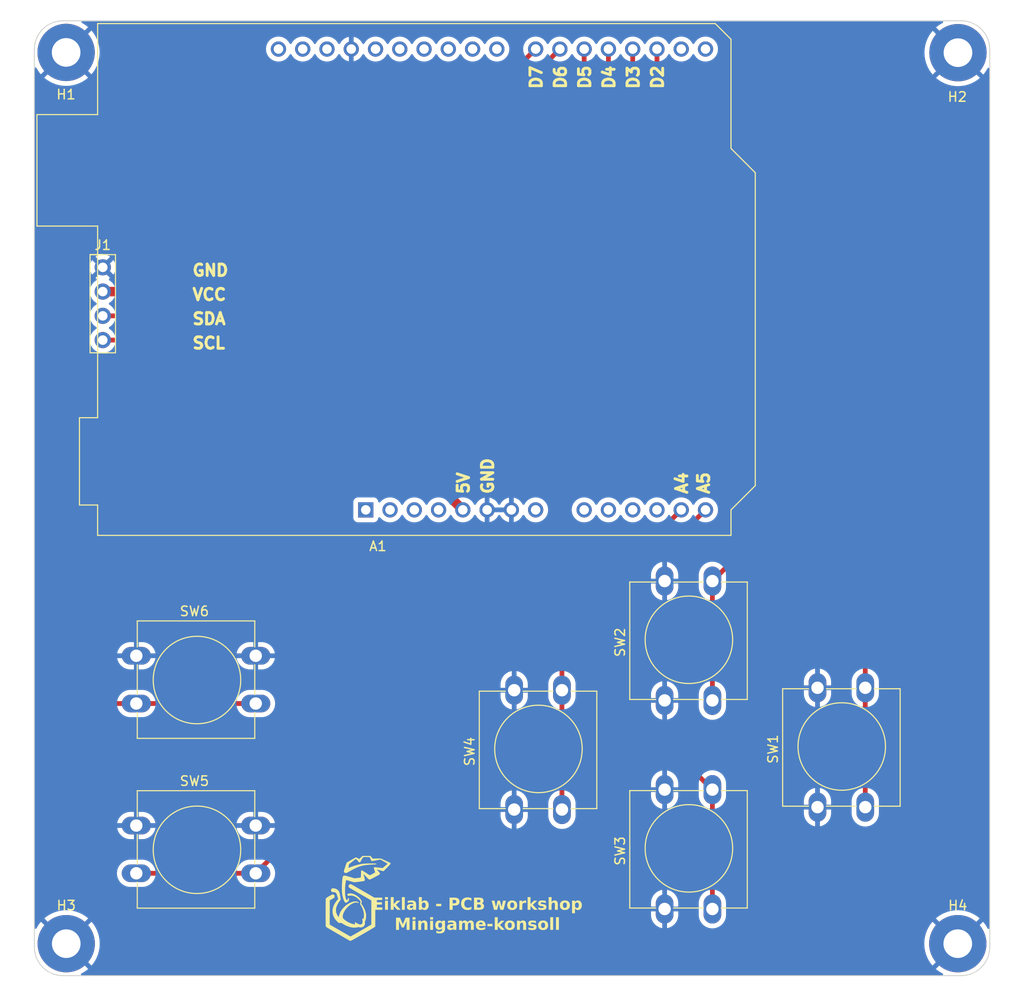
<source format=kicad_pcb>
(kicad_pcb (version 20221018) (generator pcbnew)
  (title_block (title "Eiklab PCB Workshop") (date "2024-02-12") (rev "1.0") (comment 1 "Project Minigame-console") (comment 2 "Designed by Christine Isaksen"))
  (layers (0 "F.Cu" signal) (31 "B.Cu" signal) (34 "B.Paste" user) (35 "F.Paste" user) (36 "B.SilkS" user "B.Silkscreen") (37 "F.SilkS" user "F.Silkscreen") (38 "B.Mask" user) (39 "F.Mask" user) (44 "Edge.Cuts" user))
  (net 0 "")
  (net 5 "+5V")
  (net 6 "GND")
  (net 12 "/SDA")
  (net 13 "/SCL")
  (net 16 "/SW1_RST")
  (net 17 "/SW2_SELECT")
  (net 18 "/SW3")
  (net 19 "/SW4")
  (net 20 "/SW5")
  (net 21 "/SW6")
  (footprint "MountingHole:MountingHole_3mm_Pad_TopBottom" (layer "F.Cu") (at 88.026003 147.030405)
    (fp_text reference "H3" (at 0 -4) (layer "F.SilkS"))
    (fp_text value "MountingHole_Pad")
    (pad "1" thru_hole circle (at 0 0) (size 3.4 3.4) (drill 3) (layers "*.Cu" "*.Mask") (net 6 "GND"))
    (pad "1" connect circle (at 0 0) (size 6 6) (layers "F.Cu" "F.Mask") (net 6 "GND"))
    (pad "1" connect circle (at 0 0) (size 6 6) (layers "B.Cu" "B.Mask") (net 6 "GND"))
  )
  (footprint "Button_Switch_THT:SW_PUSH-12mm" (layer "F.Cu") (at 150.662 143.4 90)
    (fp_text reference "SW3" (at 6.08 -4.66 90) (layer "F.SilkS"))
    (fp_text value "SW_Push")
    (fp_line (start 0.1 -3.65) (end 12.4 -3.65) (stroke (width 0.12)) (layer "F.SilkS"))
    (fp_line (start 0.1 -0.93) (end 0.1 -3.65) (stroke (width 0.12)) (layer "F.SilkS"))
    (fp_line (start 0.1 4.07) (end 0.1 0.93) (stroke (width 0.12)) (layer "F.SilkS"))
    (fp_line (start 0.1 8.65) (end 0.1 5.93) (stroke (width 0.12)) (layer "F.SilkS"))
    (fp_line (start 12.4 -3.65) (end 12.4 -0.93) (stroke (width 0.12)) (layer "F.SilkS"))
    (fp_line (start 12.4 0.93) (end 12.4 4.07) (stroke (width 0.12)) (layer "F.SilkS"))
    (fp_line (start 12.4 5.93) (end 12.4 8.65) (stroke (width 0.12)) (layer "F.SilkS"))
    (fp_line (start 12.4 8.65) (end 0.1 8.65) (stroke (width 0.12)) (layer "F.SilkS"))
    (fp_circle (center 6.35 2.54) (end 10.16 5.08) (stroke (width 0.12)) (fill none) (layer "F.SilkS"))
    (pad "1" thru_hole oval (at 0 0 90) (size 3.048 1.85) (drill 1.3) (layers "*.Cu" "*.Mask") (net 6 "GND"))
    (pad "1" thru_hole oval (at 12.5 0 90) (size 3.048 1.85) (drill 1.3) (layers "*.Cu" "*.Mask") (net 6 "GND"))
    (pad "2" thru_hole oval (at 0 5 90) (size 3.048 1.85) (drill 1.3) (layers "*.Cu" "*.Mask") (net 18 "/SW3"))
    (pad "2" thru_hole oval (at 12.5 5 90) (size 3.048 1.85) (drill 1.3) (layers "*.Cu" "*.Mask") (net 18 "/SW3"))
  )
  (footprint "MountingHole:MountingHole_3mm_Pad_TopBottom" (layer "F.Cu") (at 88.014755 53.691093)
    (fp_text reference "H1" (at -0.014755 4.408907) (layer "F.SilkS"))
    (fp_text value "MountingHole_Pad")
    (pad "1" thru_hole circle (at 0 0) (size 3.4 3.4) (drill 3) (layers "*.Cu" "*.Mask") (net 6 "GND"))
    (pad "1" connect circle (at 0 0) (size 6 6) (layers "F.Cu" "F.Mask") (net 6 "GND"))
    (pad "1" connect circle (at 0 0) (size 6 6) (layers "B.Cu" "B.Mask") (net 6 "GND"))
  )
  (footprint "Button_Switch_THT:SW_PUSH-12mm" (layer "F.Cu") (at 150.662 121.556 90)
    (fp_text reference "SW2" (at 6.08 -4.66 90) (layer "F.SilkS"))
    (fp_text value "SW_Push")
    (fp_line (start 0.1 -3.65) (end 12.4 -3.65) (stroke (width 0.12)) (layer "F.SilkS"))
    (fp_line (start 0.1 -0.93) (end 0.1 -3.65) (stroke (width 0.12)) (layer "F.SilkS"))
    (fp_line (start 0.1 4.07) (end 0.1 0.93) (stroke (width 0.12)) (layer "F.SilkS"))
    (fp_line (start 0.1 8.65) (end 0.1 5.93) (stroke (width 0.12)) (layer "F.SilkS"))
    (fp_line (start 12.4 -3.65) (end 12.4 -0.93) (stroke (width 0.12)) (layer "F.SilkS"))
    (fp_line (start 12.4 0.93) (end 12.4 4.07) (stroke (width 0.12)) (layer "F.SilkS"))
    (fp_line (start 12.4 5.93) (end 12.4 8.65) (stroke (width 0.12)) (layer "F.SilkS"))
    (fp_line (start 12.4 8.65) (end 0.1 8.65) (stroke (width 0.12)) (layer "F.SilkS"))
    (fp_circle (center 6.35 2.54) (end 10.16 5.08) (stroke (width 0.12)) (fill none) (layer "F.SilkS"))
    (pad "1" thru_hole oval (at 0 0 90) (size 3.048 1.85) (drill 1.3) (layers "*.Cu" "*.Mask") (net 6 "GND"))
    (pad "1" thru_hole oval (at 12.5 0 90) (size 3.048 1.85) (drill 1.3) (layers "*.Cu" "*.Mask") (net 6 "GND"))
    (pad "2" thru_hole oval (at 0 5 90) (size 3.048 1.85) (drill 1.3) (layers "*.Cu" "*.Mask") (net 17 "/SW2_SELECT"))
    (pad "2" thru_hole oval (at 12.5 5 90) (size 3.048 1.85) (drill 1.3) (layers "*.Cu" "*.Mask") (net 17 "/SW2_SELECT"))
  )
  (footprint "MountingHole:MountingHole_3mm_Pad_TopBottom" (layer "F.Cu") (at 181.347229 147.030967)
    (fp_text reference "H4" (at 0 -4) (layer "F.SilkS"))
    (fp_text value "MountingHole_Pad")
    (pad "1" thru_hole circle (at 0 0) (size 3.4 3.4) (drill 3) (layers "*.Cu" "*.Mask") (net 6 "GND"))
    (pad "1" connect circle (at 0 0) (size 6 6) (layers "F.Cu" "F.Mask") (net 6 "GND"))
    (pad "1" connect circle (at 0 0) (size 6 6) (layers "B.Cu" "B.Mask") (net 6 "GND"))
  )
  (footprint "Button_Switch_THT:SW_PUSH-12mm" (layer "F.Cu") (at 166.664 132.732 90)
    (fp_text reference "SW1" (at 6.08 -4.66 90) (layer "F.SilkS"))
    (fp_text value "SW_Push")
    (fp_line (start 0.1 -3.65) (end 12.4 -3.65) (stroke (width 0.12)) (layer "F.SilkS"))
    (fp_line (start 0.1 -0.93) (end 0.1 -3.65) (stroke (width 0.12)) (layer "F.SilkS"))
    (fp_line (start 0.1 4.07) (end 0.1 0.93) (stroke (width 0.12)) (layer "F.SilkS"))
    (fp_line (start 0.1 8.65) (end 0.1 5.93) (stroke (width 0.12)) (layer "F.SilkS"))
    (fp_line (start 12.4 -3.65) (end 12.4 -0.93) (stroke (width 0.12)) (layer "F.SilkS"))
    (fp_line (start 12.4 0.93) (end 12.4 4.07) (stroke (width 0.12)) (layer "F.SilkS"))
    (fp_line (start 12.4 5.93) (end 12.4 8.65) (stroke (width 0.12)) (layer "F.SilkS"))
    (fp_line (start 12.4 8.65) (end 0.1 8.65) (stroke (width 0.12)) (layer "F.SilkS"))
    (fp_circle (center 6.35 2.54) (end 10.16 5.08) (stroke (width 0.12)) (fill none) (layer "F.SilkS"))
    (pad "1" thru_hole oval (at 0 0 90) (size 3.048 1.85) (drill 1.3) (layers "*.Cu" "*.Mask") (net 6 "GND"))
    (pad "1" thru_hole oval (at 12.5 0 90) (size 3.048 1.85) (drill 1.3) (layers "*.Cu" "*.Mask") (net 6 "GND"))
    (pad "2" thru_hole oval (at 0 5 90) (size 3.048 1.85) (drill 1.3) (layers "*.Cu" "*.Mask") (net 16 "/SW1_RST"))
    (pad "2" thru_hole oval (at 12.5 5 90) (size 3.048 1.85) (drill 1.3) (layers "*.Cu" "*.Mask") (net 16 "/SW1_RST"))
  )
  (footprint "Library:LOGO" (layer "F.Cu") (at 118.872 142.24)
    (fp_text reference "G***" hide)
    (fp_text value "LOGO" hide)
    (fp_poly (pts (xy -1.058501 -1.440332) (xy -1.048884 -1.43774) (xy -1.035744 -1.432743) (xy -1.01788 -1.424676) (xy -0.994092 -1.412871) (xy -0.963179 -1.396662) (xy -0.923942 -1.375381) (xy -0.875179 -1.348361) (xy -0.815691 -1.314936) (xy -0.744276 -1.274439) (xy -0.659736 -1.226202) (xy -0.560868 -1.16956) (xy -0.446473 -1.103844) (xy -0.315351 -1.028388) (xy -0.166301 -0.942526) (xy 0.001877 -0.845589) (xy 0.190384 -0.736912) (xy 0.40042 -0.615828) (xy 0.473333 -0.573799) (xy 0.619064 -0.48965) (xy 0.75869 -0.408737) (xy 0.890398 -0.332128) (xy 1.012375 -0.26089) (xy 1.122809 -0.196092) (xy 1.219886 -0.138802) (xy 1.301794 -0.090087) (xy 1.366719 -0.051015) (xy 1.412849 -0.022653) (xy 1.438372 -0.00607) (xy 1.442364 -0.003012) (xy 1.471337 0.029798) (xy 1.492117 0.063831) (xy 1.492568 0.064899) (xy 1.495086 0.080939) (xy 1.49729 0.116555) (xy 1.499185 0.172425) (xy 1.500775 0.249227) (xy 1.502066 0.34764) (xy 1.503063 0.46834) (xy 1.503771 0.612006) (xy 1.504194 0.779315) (xy 1.504338 0.970945) (xy 1.504208 1.187574) (xy 1.503809 1.42988) (xy 1.503537 1.549779) (xy 1.5 2.999559) (xy 1.453333 3.045204) (xy 1.435519 3.058056) (xy 1.396172 3.083239) (xy 1.336886 3.119807) (xy 1.259257 3.166815) (xy 1.164879 3.223319) (xy 1.055347 3.288374) (xy 0.932254 3.361036) (xy 0.797198 3.440359) (xy 0.651771 3.525401) (xy 0.497568 3.615214) (xy 0.336185 3.708856) (xy 0.2 3.787613) (xy 0.006084 3.899554) (xy -0.16614 3.99888) (xy -0.318054 4.08635) (xy -0.451039 4.162719) (xy -0.566474 4.228747) (xy -0.665742 4.285189) (xy -0.750221 4.332803) (xy -0.821295 4.372347) (xy -0.880342 4.404578) (xy -0.928743 4.430253) (xy -0.967881 4.45013) (xy -0.999134 4.464965) (xy -1.023884 4.475517) (xy -1.043512 4.482542) (xy -1.059398 4.486799) (xy -1.072923 4.489043) (xy -1.08 4.489705) (xy -1.153334 4.495033) (xy -2.38 3.787002) (xy -2.547011 3.690456) (xy -2.707862 3.597185) (xy -2.861 3.508103) (xy -3.004875 3.424126) (xy -3.137936 3.346168) (xy -3.258632 3.275145) (xy -3.36541 3.211971) (xy -3.456721 3.157561) (xy -3.531012 3.112831) (xy -3.586733 3.078695) (xy -3.622333 3.056068) (xy -3.636047 3.04613) (xy -3.65981 3.01027) (xy -3.678207 2.967071) (xy -3.679305 2.963311) (xy -3.681548 2.941925) (xy -3.683601 2.896051) (xy -3.685464 2.827866) (xy -3.687137 2.739547) (xy -3.688621 2.633271) (xy -3.689914 2.511215) (xy -3.691018 2.375558) (xy -3.691931 2.228475) (xy -3.692654 2.072144) (xy -3.693187 1.908742) (xy -3.693529 1.740447) (xy -3.69368 1.569436) (xy -3.693641 1.397885) (xy -3.69341 1.227973) (xy -3.692989 1.061877) (xy -3.692377 0.901773) (xy -3.691573 0.749839) (xy -3.690578 0.608252) (xy -3.689392 0.479189) (xy -3.688014 0.364828) (xy -3.686445 0.267345) (xy -3.684683 0.188919) (xy -3.68273 0.131726) (xy -3.680585 0.097943) (xy -3.679452 0.090551) (xy -3.659966 0.046923) (xy -3.630899 0.006901) (xy -3.627945 0.003884) (xy -3.605731 -0.013133) (xy -3.564436 -0.040303) (xy -3.508065 -0.075325) (xy -3.440622 -0.115899) (xy -3.366111 -0.159721) (xy -3.288535 -0.204492) (xy -3.2119 -0.247909) (xy -3.140209 -0.287671) (xy -3.077465 -0.321477) (xy -3.027674 -0.347025) (xy -2.994839 -0.362015) (xy -2.986667 -0.364701) (xy -2.926595 -0.365532) (xy -2.863969 -0.345241) (xy -2.807554 -0.306851) (xy -2.80113 -0.300685) (xy -2.775851 -0.27374) (xy -2.761538 -0.250402) (xy -2.755084 -0.22153) (xy -2.753382 -0.177982) (xy -2.753334 -0.160035) (xy -2.7543 -0.109642) (xy -2.759041 -0.077024) (xy -2.770326 -0.05331) (xy -2.790921 -0.029627) (xy -2.79542 -0.025094) (xy -2.82062 -0.004742) (xy -2.864397 0.025588) (xy -2.92206 0.062852) (xy -2.988917 0.104003) (xy -3.048753 0.139349) (xy -3.26 0.261707) (xy -3.265888 2.793333) (xy -2.190284 3.413333) (xy -2.034339 3.503132) (xy -1.884742 3.589098) (xy -1.743137 3.670298) (xy -1.611164 3.745799) (xy -1.490466 3.814665) (xy -1.382686 3.875965) (xy -1.289465 3.928764) (xy -1.212445 3.972128) (xy -1.153269 4.005125) (xy -1.113578 4.02682) (xy -1.095016 4.036279) (xy -1.094007 4.036617) (xy -1.079713 4.030552) (xy -1.044002 4.012006) (xy -0.988508 3.981902) (xy -0.914866 3.941163) (xy -0.824712 3.890712) (xy -0.719681 3.831472) (xy -0.601407 3.764366) (xy -0.471527 3.690316) (xy -0.331676 3.610247) (xy -0.183488 3.52508) (xy -0.028598 3.43574) (xy 0.006666 3.415355) (xy 1.086666 2.790808) (xy 1.086666 0.264545) (xy 0.066482 -0.324394) (xy -0.088829 -0.414064) (xy -0.240231 -0.501497) (xy -0.385756 -0.585555) (xy -0.523435 -0.6651) (xy -0.651299 -0.738995) (xy -0.767382 -0.806101) (xy -0.869713 -0.865282) (xy -0.956326 -0.915399) (xy -1.025252 -0.955314) (xy -1.074522 -0.98389) (xy -1.097356 -0.997174) (xy -1.17178 -1.042663) (xy -1.225112 -1.081319) (xy -1.260632 -1.117124) (xy -1.281626 -1.154057) (xy -1.291374 -1.196099) (xy -1.293284 -1.234695) (xy -1.281302 -1.30665) (xy -1.247671 -1.366548) (xy -1.196032 -1.410785) (xy -1.130028 -1.435759) (xy -1.085743 -1.44) (xy -1.078215 -1.440355) (xy -1.071966 -1.440973) (xy -1.065795 -1.441187)) (fill solid) (layer "F.SilkS"))
    (fp_poly (pts (xy -2.858509 -1.007815) (xy -2.717714 -0.98468) (xy -2.593812 -0.941826) (xy -2.484771 -0.87832) (xy -2.388561 -0.793233) (xy -2.387166 -0.791745) (xy -2.335234 -0.731571) (xy -2.294212 -0.671736) (xy -2.261809 -0.606791) (xy -2.235739 -0.531284) (xy -2.213712 -0.439765) (xy -2.194365 -0.332522) (xy -2.180232 -0.247817) (xy -2.164801 -0.159525) (xy -2.149722 -0.076846) (xy -2.136648 -0.008981) (xy -2.133843 0.004801) (xy -2.122267 0.063054) (xy -2.113145 0.113244) (xy -2.107685 0.148489) (xy -2.106667 0.159772) (xy -2.11477 0.180173) (xy -2.136412 0.214555) (xy -2.16759 0.256815) (xy -2.182176 0.274971) (xy -2.290156 0.418361) (xy -2.386692 0.57105) (xy -2.469267 0.727985) (xy -2.535366 0.884113) (xy -2.58247 1.034383) (xy -2.599324 1.112448) (xy -2.613901 1.266054) (xy -2.604857 1.421718) (xy -2.573023 1.573466) (xy -2.519233 1.715326) (xy -2.51371 1.726666) (xy -2.487836 1.774162) (xy -2.455424 1.826963) (xy -2.419957 1.880179) (xy -2.384918 1.928922) (xy -2.353791 1.968304) (xy -2.330059 1.993435) (xy -2.318939 2) (xy -2.309768 1.988566) (xy -2.306667 1.966104) (xy -2.29943 1.8903) (xy -2.279141 1.798764) (xy -2.247931 1.697683) (xy -2.207932 1.593246) (xy -2.161278 1.491642) (xy -2.112844 1.403559) (xy -2.006893 1.245106) (xy -1.88728 1.095264) (xy -1.756282 0.955421) (xy -1.616178 0.826964) (xy -1.469245 0.711282) (xy -1.317763 0.609761) (xy -1.16401 0.52379) (xy -1.010264 0.454756) (xy -0.858804 0.404047) (xy -0.711907 0.37305) (xy -0.571852 0.363153) (xy -0.440918 0.375743) (xy -0.42918 0.378129) (xy -0.366554 0.394724) (xy -0.308009 0.415973) (xy -0.259512 0.439149) (xy -0.227028 0.461523) (xy -0.217051 0.475119) (xy -0.221571 0.497549) (xy -0.241695 0.517783) (xy -0.267115 0.527343) (xy -0.278386 0.525558) (xy -0.391248 0.491413) (xy -0.512509 0.482531) (xy -0.642085 0.498892) (xy -0.77989 0.540479) (xy -0.925838 0.607273) (xy -1.076202 0.69685) (xy -1.168034 0.763752) (xy -1.267731 0.847339) (xy -1.369122 0.941623) (xy -1.466039 1.040613) (xy -1.552312 1.138321) (xy -1.61682 1.221706) (xy -1.717497 1.376758) (xy -1.797456 1.528053) (xy -1.85581 1.673481) (xy -1.891675 1.810932) (xy -1.903048 1.903321) (xy -1.904652 1.981011) (xy -1.897748 2.046121) (xy -1.879827 2.103005) (xy -1.848381 2.156017) (xy -1.800903 2.209513) (xy -1.734887 2.267845) (xy -1.659135 2.326884) (xy -1.485256 2.447533) (xy -1.307942 2.551007) (xy -1.130893 2.635531) (xy -0.95781 2.69933) (xy -0.799377 2.739325) (xy -0.736046 2.749845) (xy -0.677754 2.756859) (xy -0.629859 2.760006) (xy -0.597721 2.758925) (xy -0.586667 2.753655) (xy -0.592955 2.739258) (xy -0.608541 2.711536) (xy -0.613284 2.703655) (xy -0.634952 2.654075) (xy -0.638482 2.610566) (xy -0.624935 2.577996) (xy -0.59537 2.561233) (xy -0.581999 2.56) (xy -0.559788 2.566931) (xy -0.521967 2.585509) (xy -0.474993 2.612406) (xy -0.450025 2.627978) (xy -0.327528 2.699609) (xy -0.218253 2.748719) (xy -0.121508 2.775533) (xy -0.036598 2.780277) (xy -0.000018 2.774821) (xy 0.065294 2.74758) (xy 0.115563 2.699623) (xy 0.150214 2.632635) (xy 0.16867 2.548303) (xy 0.170356 2.448312) (xy 0.154696 2.334347) (xy 0.153101 2.326671) (xy 0.139294 2.254135) (xy 0.134339 2.204655) (xy 0.139017 2.175871) (xy 0.154108 2.165425) (xy 0.180391 2.170955) (xy 0.201377 2.180712) (xy 0.225502 2.191753) (xy 0.242676 2.192872) (xy 0.255891 2.180426) (xy 0.26814 2.150774) (xy 0.282415 2.100271) (xy 0.289293 2.07369) (xy 0.302894 1.998382) (xy 0.311064 1.904965) (xy 0.313803 1.801435) (xy 0.311109 1.695792) (xy 0.302982 1.596033) (xy 0.28942 1.510157) (xy 0.289364 1.509895) (xy 0.237815 1.317233) (xy 0.166374 1.122501) (xy 0.078837 0.934839) (xy -0.020027 0.764878) (xy -0.058012 0.703872) (xy -0.080946 0.65656) (xy -0.089904 0.615398) (xy -0.085959 0.572839) (xy -0.070185 0.521339) (xy -0.05891 0.491695) (xy -0.045362 0.448488) (xy -0.042243 0.409101) (xy -0.051346 0.369775) (xy -0.074466 0.326753) (xy -0.113394 0.276277) (xy -0.169924 0.214589) (xy -0.21125 0.172425) (xy -0.352866 0.043088) (xy -0.49688 -0.063167) (xy -0.642018 -0.145812) (xy -0.787007 -0.204321) (xy -0.930575 -0.238166) (xy -1.071449 -0.246821) (xy -1.191489 -0.23332) (xy -1.268157 -0.221314) (xy -1.324515 -0.221012) (xy -1.364705 -0.233478) (xy -1.392869 -0.259776) (xy -1.408533 -0.289076) (xy -1.422052 -0.345785) (xy -1.410965 -0.392388) (xy -1.375241 -0.428922) (xy -1.314844 -0.455422) (xy -1.239579 -0.470695) (xy -1.088232 -0.477466) (xy -0.933525 -0.459075) (xy -0.777486 -0.416476) (xy -0.622144 -0.350622) (xy -0.469526 -0.262468) (xy -0.321661 -0.152967) (xy -0.180577 -0.023075) (xy -0.098483 0.066031) (xy -0.023523 0.157918) (xy 0.030844 0.238162) (xy 0.065924 0.310344) (xy 0.083017 0.378044) (xy 0.083427 0.444843) (xy 0.068456 0.51432) (xy 0.066691 0.519924) (xy 0.038053 0.608987) (xy 0.109499 0.703958) (xy 0.237171 0.893572) (xy 0.346304 1.096973) (xy 0.434738 1.30924) (xy 0.500316 1.525451) (xy 0.528668 1.66) (xy 0.54212 1.774478) (xy 0.54585 1.899958) (xy 0.540269 2.027461) (xy 0.525788 2.148008) (xy 0.502819 2.252624) (xy 0.501265 2.257916) (xy 0.482904 2.315935) (xy 0.464292 2.368996) (xy 0.448549 2.408383) (xy 0.443987 2.417916) (xy 0.433544 2.445386) (xy 0.426617 2.483924) (xy 0.422626 2.538606) (xy 0.420994 2.614508) (xy 0.420957 2.62) (xy 0.419896 2.69163) (xy 0.417088 2.743194) (xy 0.411593 2.781282) (xy 0.40247 2.812482) (xy 0.389179 2.84257) (xy 0.331136 2.932004) (xy 0.255851 3.002728) (xy 0.166204 3.053528) (xy 0.06508 3.083189) (xy -0.04464 3.090497) (xy -0.160072 3.074236) (xy -0.160398 3.074157) (xy -0.212598 3.062511) (xy -0.250797 3.05814) (xy -0.28661 3.060902) (xy -0.331649 3.070658) (xy -0.337135 3.072019) (xy -0.525041 3.107209) (xy -0.709722 3.117514) (xy -0.88 3.105494) (xy -1.071996 3.069972) (xy -1.271839 3.012442) (xy -1.475158 2.934598) (xy -1.677581 2.838131) (xy -1.874735 2.724737) (xy -1.893334 2.712953) (xy -2.033334 2.623495) (xy -2.142746 2.625753) (xy -2.217712 2.62561) (xy -2.276125 2.61971) (xy -2.32482 2.60514) (xy -2.37063 2.578987) (xy -2.420389 2.538337) (xy -2.478601 2.482592) (xy -2.625715 2.321803) (xy -2.746707 2.156918) (xy -2.841881 1.987415) (xy -2.911541 1.812768) (xy -2.94818 1.673506) (xy -2.964146 1.565639) (xy -2.971925 1.443404) (xy -2.971425 1.317725) (xy -2.962557 1.199527) (xy -2.952659 1.133956) (xy -2.908321 0.961587) (xy -2.840947 0.785299) (xy -2.752844 0.609459) (xy -2.646322 0.438436) (xy -2.523691 0.276599) (xy -2.462324 0.206241) (xy -2.376762 0.112482) (xy -2.449619 -0.113759) (xy -2.48233 -0.215103) (xy -2.508248 -0.294369) (xy -2.528699 -0.35488) (xy -2.545007 -0.399958) (xy -2.558495 -0.432927) (xy -2.570487 -0.45711) (xy -2.582309 -0.475831) (xy -2.595284 -0.492412) (xy -2.604972 -0.503626) (xy -2.656144 -0.550125) (xy -2.716922 -0.581361) (xy -2.792393 -0.599171) (xy -2.886553 -0.605382) (xy -2.947335 -0.606979) (xy -2.98887 -0.611184) (xy -3.01855 -0.619458) (xy -3.043771 -0.633263) (xy -3.050202 -0.637718) (xy -3.099394 -0.685969) (xy -3.126423 -0.746321) (xy -3.133284 -0.809338) (xy -3.12229 -0.882364) (xy -3.090301 -0.939821) (xy -3.038618 -0.980771) (xy -2.968541 -1.004272) (xy -2.881372 -1.009386)) (fill solid) (layer "F.SilkS"))
    (fp_poly (pts (xy 1.233333 -4.119293) (xy 1.64736 -4.127548) (xy 2.061386 -4.135804) (xy 2.56736 -3.908123) (xy 2.676531 -3.85864) (xy 2.778408 -3.811775) (xy 2.870346 -3.768796) (xy 2.949698 -3.730971) (xy 3.013821 -3.699567) (xy 3.060067 -3.675853) (xy 3.085792 -3.661096) (xy 3.09 -3.657673) (xy 3.102198 -3.627926) (xy 3.106666 -3.594071) (xy 3.104652 -3.581308) (xy 3.09748 -3.565212) (xy 3.083457 -3.543834) (xy 3.060889 -3.515224) (xy 3.028082 -3.477433) (xy 2.983344 -3.428512) (xy 2.92498 -3.36651) (xy 2.851298 -3.289478) (xy 2.760602 -3.195468) (xy 2.758493 -3.193286) (xy 2.678939 -3.111386) (xy 2.604262 -3.035166) (xy 2.5367 -2.966859) (xy 2.478489 -2.9087) (xy 2.431868 -2.862924) (xy 2.399074 -2.831764) (xy 2.382344 -2.817456) (xy 2.381826 -2.81714) (xy 2.348116 -2.804094) (xy 2.326666 -2.800847) (xy 2.306814 -2.804465) (xy 2.26527 -2.814681) (xy 2.205889 -2.830454) (xy 2.132528 -2.850743) (xy 2.049043 -2.874507) (xy 1.986703 -2.892634) (xy 1.899929 -2.917836) (xy 1.82198 -2.939999) (xy 1.756383 -2.958161) (xy 1.706667 -2.971357) (xy 1.67636 -2.978622) (xy 1.668497 -2.979609) (xy 1.675247 -2.968596) (xy 1.697092 -2.941458) (xy 1.731073 -2.901695) (xy 1.774229 -2.852806) (xy 1.800149 -2.824017) (xy 1.850085 -2.768104) (xy 1.895348 -2.715925) (xy 1.932016 -2.672114) (xy 1.956162 -2.641302) (xy 1.961638 -2.633334) (xy 1.982612 -2.581007) (xy 1.985324 -2.526816) (xy 1.970032 -2.479614) (xy 1.956666 -2.462329) (xy 1.936573 -2.447872) (xy 1.896004 -2.423103) (xy 1.838116 -2.389696) (xy 1.766065 -2.349325) (xy 1.683007 -2.303663) (xy 1.5921 -2.254386) (xy 1.496499 -2.203167) (xy 1.39936 -2.15168) (xy 1.303841 -2.101599) (xy 1.213096 -2.054598) (xy 1.130284 -2.012352) (xy 1.058559 -1.976534) (xy 1.001078 -1.948819) (xy 0.960998 -1.93088) (xy 0.942652 -1.924515) (xy 0.913293 -1.921146) (xy 0.886083 -1.922422) (xy 0.858541 -1.930204) (xy 0.828186 -1.946347) (xy 0.792536 -1.972711) (xy 0.749111 -2.011154) (xy 0.695428 -2.063533) (xy 0.629007 -2.131708) (xy 0.547366 -2.217535) (xy 0.537725 -2.227736) (xy 0.470278 -2.298568) (xy 0.408901 -2.361944) (xy 0.355901 -2.41557) (xy 0.313583 -2.457151) (xy 0.284255 -2.484392) (xy 0.27022 -2.494999) (xy 0.269369 -2.494776) (xy 0.271587 -2.478668) (xy 0.280204 -2.440991) (xy 0.294188 -2.385789) (xy 0.31251 -2.317103) (xy 0.334136 -2.238976) (xy 0.339254 -2.220855) (xy 0.361981 -2.138369) (xy 0.381886 -2.061706) (xy 0.397828 -1.99563) (xy 0.408665 -1.944908) (xy 0.413254 -1.914303) (xy 0.413333 -1.911816) (xy 0.402741 -1.853907) (xy 0.374474 -1.802883) (xy 0.342819 -1.774025) (xy 0.323803 -1.768604) (xy 0.281937 -1.760626) (xy 0.220863 -1.750569) (xy 0.144223 -1.738915) (xy 0.055661 -1.726143) (xy -0.041181 -1.712734) (xy -0.142661 -1.699168) (xy -0.245136 -1.685924) (xy -0.344963 -1.673483) (xy -0.4385 -1.662325) (xy -0.522104 -1.65293) (xy -0.592133 -1.645778) (xy -0.644944 -1.641349) (xy -0.673449 -1.640084) (xy -0.711552 -1.644301) (xy -0.773502 -1.657072) (xy -0.859614 -1.678473) (xy -0.970203 -1.708586) (xy -1.105584 -1.747488) (xy -1.123713 -1.75281) (xy -1.221133 -1.781377) (xy -1.310949 -1.807541) (xy -1.389783 -1.830332) (xy -1.45426 -1.848781) (xy -1.501004 -1.861916) (xy -1.526638 -1.868768) (xy -1.529839 -1.869477) (xy -1.539803 -1.867479) (xy -1.548514 -1.855203) (xy -1.557147 -1.828834) (xy -1.566877 -1.784559) (xy -1.578881 -1.718565) (xy -1.582072 -1.7) (xy -1.604856 -1.561477) (xy -1.622861 -1.438599) (xy -1.636602 -1.32496) (xy -1.646597 -1.214151) (xy -1.653363 -1.099765) (xy -1.657418 -0.975393) (xy -1.659278 -0.834628) (xy -1.659556 -0.74) (xy -1.659253 -0.613916) (xy -1.658194 -0.510746) (xy -1.656219 -0.426747) (xy -1.653167 -0.358173) (xy -1.648878 -0.301281) (xy -1.643191 -0.252324) (xy -1.636963 -0.213175) (xy -1.61896 -0.12424) (xy -1.596328 -0.030219) (xy -1.571314 0.060628) (xy -1.546164 0.140038) (xy -1.527277 0.190205) (xy -1.512874 0.221601) (xy -1.500365 0.232605) (xy -1.481468 0.227475) (xy -1.467991 0.220684) (xy -1.415165 0.181066) (xy -1.374108 0.12681) (xy -1.351924 0.067403) (xy -1.351545 0.06515) (xy -1.337596 0.020099) (xy -1.315342 -0.002814) (xy -1.287519 -0.001902) (xy -1.266973 0.013027) (xy -1.251034 0.035292) (xy -1.24271 0.066675) (xy -1.240036 0.115267) (xy -1.24 0.124048) (xy -1.252721 0.219558) (xy -1.290659 0.306732) (xy -1.353479 0.384861) (xy -1.371119 0.401219) (xy -1.443754 0.458222) (xy -1.507284 0.492236) (xy -1.56433 0.504223) (xy -1.617509 0.495147) (xy -1.621932 0.493436) (xy -1.662914 0.464446) (xy -1.705345 0.411369) (xy -1.748309 0.336681) (xy -1.790893 0.242859) (xy -1.832182 0.132376) (xy -1.871262 0.007708) (xy -1.907219 -0.128668) (xy -1.939138 -0.274278) (xy -1.966105 -0.426647) (xy -1.969176 -0.446667) (xy -1.978456 -0.527734) (xy -1.985666 -0.630928) (xy -1.990829 -0.751794) (xy -1.993968 -0.885875) (xy -1.995106 -1.028714) (xy -1.994268 -1.175855) (xy -1.991475 -1.322842) (xy -1.986751 -1.465218) (xy -1.980119 -1.598527) (xy -1.971603 -1.718312) (xy -1.962053 -1.813334) (xy -1.948091 -1.928457) (xy -1.936418 -2.020297) (xy -1.926296 -2.092067) (xy -1.916989 -2.146978) (xy -1.90776 -2.188242) (xy -1.89787 -2.219071) (xy -1.886584 -2.242677) (xy -1.873164 -2.262272) (xy -1.856873 -2.281067) (xy -1.854001 -2.28416) (xy -1.833094 -2.305653) (xy -1.812804 -2.322672) (xy -1.790655 -2.334915) (xy -1.764168 -2.342082) (xy -1.730866 -2.343875) (xy -1.688271 -2.339993) (xy -1.633906 -2.330136) (xy -1.565291 -2.314003) (xy -1.479951 -2.291296) (xy -1.375406 -2.261713) (xy -1.24918 -2.224956) (xy -1.168054 -2.201113) (xy -0.66379 -2.052709) (xy -0.355229 -2.088359) (xy -0.246417 -2.101629) (xy -0.157223 -2.113973) (xy -0.089413 -2.125103) (xy -0.044753 -2.13473) (xy -0.025408 -2.142195) (xy -0.018745 -2.151304) (xy -0.013313 -2.168045) (xy -0.008859 -2.195425) (xy -0.005134 -2.236454) (xy -0.001886 -2.29414) (xy 0.001136 -2.37149) (xy 0.004181 -2.471515) (xy 0.005223 -2.509584) (xy 0.008753 -2.621263) (xy 0.012826 -2.715371) (xy 0.017308 -2.789839) (xy 0.022065 -2.842601) (xy 0.026963 -2.871589) (xy 0.02893 -2.876061) (xy 0.040911 -2.887044) (xy 0.056126 -2.892561) (xy 0.076744 -2.891543) (xy 0.104933 -2.882918) (xy 0.142862 -2.865617) (xy 0.192698 -2.838569) (xy 0.256611 -2.800704) (xy 0.336768 -2.750951) (xy 0.435338 -2.68824) (xy 0.520679 -2.633334) (xy 0.613549 -2.57356) (xy 0.699316 -2.518644) (xy 0.775417 -2.470204) (xy 0.839288 -2.42986) (xy 0.888364 -2.399233) (xy 0.920083 -2.379942) (xy 0.931818 -2.37359) (xy 0.949092 -2.379927) (xy 0.985266 -2.397045) (xy 1.036208 -2.422716) (xy 1.097791 -2.454711) (xy 1.165885 -2.4908) (xy 1.236359 -2.528754) (xy 1.305085 -2.566343) (xy 1.367933 -2.601339) (xy 1.420774 -2.631511) (xy 1.459477 -2.654632) (xy 1.479913 -2.66847) (xy 1.481912 -2.670558) (xy 1.482949 -2.690838) (xy 1.474076 -2.731507) (xy 1.454948 -2.793808) (xy 1.42522 -2.878986) (xy 1.420177 -2.892848) (xy 1.390097 -2.976326) (xy 1.36885 -3.039008) (xy 1.355573 -3.08494) (xy 1.349404 -3.118171) (xy 1.34948 -3.142746) (xy 1.354941 -3.162711) (xy 1.360305 -3.173905) (xy 1.369663 -3.189517) (xy 1.380995 -3.2016) (xy 1.397095 -3.210179) (xy 1.420761 -3.21528) (xy 1.454787 -3.216927) (xy 1.50197 -3.215145) (xy 1.565106 -3.209958) (xy 1.64699 -3.201392) (xy 1.75042 -3.189472) (xy 1.844905 -3.178214) (xy 2.262024 -3.128222) (xy 2.502891 -3.324327) (xy 2.572283 -3.381094) (xy 2.635299 -3.433162) (xy 2.688788 -3.477883) (xy 2.729595 -3.512609) (xy 2.754567 -3.534695) (xy 2.760441 -3.540533) (xy 2.769941 -3.570366) (xy 2.764997 -3.587814) (xy 2.749833 -3.602145) (xy 2.713035 -3.627754) (xy 2.656542 -3.663449) (xy 2.58229 -3.70804) (xy 2.492218 -3.760335) (xy 2.393494 -3.816215) (xy 2.034119 -4.017437) (xy 1.600392 -3.934909) (xy 1.495625 -3.915106) (xy 1.39869 -3.897038) (xy 1.312835 -3.88129) (xy 1.241309 -3.868447) (xy 1.187359 -3.859096) (xy 1.154232 -3.853822) (xy 1.145399 -3.852857) (xy 1.127657 -3.857195) (xy 1.109939 -3.871462) (xy 1.090297 -3.898775) (xy 1.066781 -3.942252) (xy 1.037442 -4.005009) (xy 1.007548 -4.073334) (xy 0.979006 -4.137294) (xy 0.952161 -4.193088) (xy 0.929558 -4.235724) (xy 0.913742 -4.260216) (xy 0.910628 -4.263334) (xy 0.89485 -4.269084) (xy 0.863394 -4.273426) (xy 0.813917 -4.276469) (xy 0.744075 -4.278323) (xy 0.651525 -4.279098) (xy 0.574118 -4.279063) (xy 0.484102 -4.278412) (xy 0.402124 -4.277095) (xy 0.332242 -4.275235) (xy 0.278511 -4.272955) (xy 0.244988 -4.27038) (xy 0.236316 -4.268766) (xy 0.22308 -4.254657) (xy 0.199643 -4.220594) (xy 0.168247 -4.170206) (xy 0.131134 -4.107127) (xy 0.090542 -4.034987) (xy 0.07852 -4.013037) (xy 0.03729 -3.937997) (xy -0.000844 -3.8699) (xy -0.033651 -3.812627) (xy -0.0589 -3.770059) (xy -0.074359 -3.746079) (xy -0.07653 -3.743334) (xy -0.110164 -3.723874) (xy -0.153891 -3.721462) (xy -0.197697 -3.735625) (xy -0.217862 -3.750001) (xy -0.238507 -3.771338) (xy -0.271771 -3.808398) (xy -0.313355 -3.856289) (xy -0.358961 -3.910119) (xy -0.367215 -3.92) (xy -0.411355 -3.972199) (xy -0.450592 -4.017182) (xy -0.481231 -4.050814) (xy -0.499576 -4.068957) (xy -0.501767 -4.070564) (xy -0.52655 -4.073143) (xy -0.547495 -4.066224) (xy -0.565487 -4.054076) (xy -0.600858 -4.028097) (xy -0.650454 -3.990746) (xy -0.711118 -3.944476) (xy -0.779696 -3.891744) (xy -0.853031 -3.835006) (xy -0.92797 -3.776718) (xy -1.001355 -3.719334) (xy -1.070032 -3.665312) (xy -1.130846 -3.617106) (xy -1.18064 -3.577173) (xy -1.21626 -3.547969) (xy -1.23455 -3.531948) (xy -1.235948 -3.53042) (xy -1.242057 -3.512961) (xy -1.250891 -3.475816) (xy -1.261424 -3.424784) (xy -1.272627 -3.365665) (xy -1.283472 -3.304259) (xy -1.29293 -3.246366) (xy -1.299975 -3.197786) (xy -1.303577 -3.16432) (xy -1.303035 -3.151924) (xy -1.289621 -3.154656) (xy -1.256659 -3.165446) (xy -1.20938 -3.182495) (xy -1.162899 -3.200153) (xy -1.046773 -3.243778) (xy -0.919353 -3.289212) (xy -0.786704 -3.33447) (xy -0.654892 -3.377566) (xy -0.529984 -3.416513) (xy -0.418045 -3.449325) (xy -0.330209 -3.472766) (xy -0.174952 -3.509252) (xy -0.026603 -3.539432) (xy 0.119228 -3.563732) (xy 0.266932 -3.582576) (xy 0.420898 -3.596391) (xy 0.585517 -3.605601) (xy 0.765179 -3.610632) (xy 0.964274 -3.611909) (xy 1.096542 -3.611034) (xy 1.222889 -3.609593) (xy 1.32524 -3.608132) (xy 1.406269 -3.6065) (xy 1.468645 -3.604546) (xy 1.515042 -3.602119) (xy 1.54813 -3.599066) (xy 1.570581 -3.595238) (xy 1.585067 -3.590482) (xy 1.594259 -3.584647) (xy 1.596316 -3.582731) (xy 1.611635 -3.559445) (xy 1.605039 -3.536417) (xy 1.594843 -3.526595) (xy 1.575569 -3.519201) (xy 1.542928 -3.513514) (xy 1.492628 -3.508811) (xy 1.420378 -3.50437) (xy 1.411932 -3.503921) (xy 1.231729 -3.494225) (xy 1.075235 -3.485297) (xy 0.939511 -3.476855) (xy 0.821619 -3.468618) (xy 0.718621 -3.460302) (xy 0.627581 -3.451627) (xy 0.545558 -3.44231) (xy 0.469617 -3.43207) (xy 0.396819 -3.420624) (xy 0.324226 -3.407691) (xy 0.2489 -3.392988) (xy 0.24256 -3.391705) (xy 0.106451 -3.361123) (xy -0.028329 -3.324446) (xy -0.164559 -3.280492) (xy -0.305017 -3.228078) (xy -0.45248 -3.166023) (xy -0.609726 -3.093144) (xy -0.779535 -3.008258) (xy -0.964682 -2.910185) (xy -1.167947 -2.797741) (xy -1.213334 -2.772112) (xy -1.313699 -2.715748) (xy -1.394445 -2.672007) (xy -1.458849 -2.639836) (xy -1.510182 -2.618181) (xy -1.551721 -2.605988) (xy -1.586738 -2.602204) (xy -1.618508 -2.605774) (xy -1.650305 -2.615646) (xy -1.671728 -2.624583) (xy -1.716002 -2.64906) (xy -1.744531 -2.680035) (xy -1.760102 -2.709425) (xy -1.77607 -2.75125) (xy -1.785405 -2.788508) (xy -1.786374 -2.798824) (xy -1.782291 -2.81936) (xy -1.770695 -2.861356) (xy -1.752805 -2.921123) (xy -1.729838 -2.994978) (xy -1.703012 -3.079233) (xy -1.673543 -3.170203) (xy -1.64265 -3.264202) (xy -1.61155 -3.357543) (xy -1.58146 -3.446542) (xy -1.553597 -3.527511) (xy -1.52918 -3.596765) (xy -1.509425 -3.650618) (xy -1.49555 -3.685384) (xy -1.48986 -3.696559) (xy -1.475232 -3.707224) (xy -1.440323 -3.729112) (xy -1.388167 -3.760497) (xy -1.321795 -3.799652) (xy -1.244238 -3.844849) (xy -1.158527 -3.894362) (xy -1.067695 -3.946463) (xy -0.974773 -3.999427) (xy -0.882791 -4.051526) (xy -0.794783 -4.101032) (xy -0.713779 -4.14622) (xy -0.64281 -4.185361) (xy -0.584909 -4.21673) (xy -0.543107 -4.238599) (xy -0.520435 -4.249241) (xy -0.518635 -4.249828) (xy -0.497136 -4.245812) (xy -0.457079 -4.229262) (xy -0.40239 -4.201985) (xy -0.340986 -4.168084) (xy -0.283384 -4.135448) (xy -0.233981 -4.108281) (xy -0.197401 -4.089066) (xy -0.178272 -4.080286) (xy -0.176915 -4.08) (xy -0.164429 -4.088994) (xy -0.136555 -4.113904) (xy -0.096598 -4.151626) (xy -0.047861 -4.199057) (xy -0.006667 -4.240001) (xy 0.152916 -4.400001) (xy 0.997853 -4.400001)) (fill solid) (layer "F.SilkS"))
  )
  (footprint "Connector_PinHeader_2.54mm:PinHeader_1x04_P2.54mm_Vertical" (layer "F.Cu") (at 91.85 76.2)
    (fp_text reference "J1" (at 0 -2.33) (layer "F.SilkS"))
    (fp_text value "Conn_01x04_Pin")
    (fp_line (start -1.33 -1.33) (end 0 -1.33) (stroke (width 0.12)) (layer "F.SilkS"))
    (fp_line (start -1.33 -1.33) (end 1.33 -1.33) (stroke (width 0.12)) (layer "F.SilkS"))
    (fp_line (start -1.33 0) (end -1.33 -1.33) (stroke (width 0.12)) (layer "F.SilkS"))
    (fp_line (start -1.33 0) (end -1.33 8.95) (stroke (width 0.12)) (layer "F.SilkS"))
    (fp_line (start -1.33 8.95) (end 1.33 8.95) (stroke (width 0.12)) (layer "F.SilkS"))
    (fp_line (start 1.33 -1.33) (end 1.33 8.95) (stroke (width 0.12)) (layer "F.SilkS"))
    (pad "1" thru_hole circle (at 0 0) (size 1.7 1.7) (drill 1) (layers "*.Cu" "*.Mask") (net 6 "GND"))
    (pad "2" thru_hole oval (at 0 2.54) (size 1.7 1.7) (drill 1) (layers "*.Cu" "*.Mask") (net 5 "+5V"))
    (pad "3" thru_hole oval (at 0 5.08) (size 1.7 1.7) (drill 1) (layers "*.Cu" "*.Mask") (net 12 "/SDA"))
    (pad "4" thru_hole oval (at 0 7.62) (size 1.7 1.7) (drill 1) (layers "*.Cu" "*.Mask") (net 13 "/SCL"))
  )
  (footprint "Button_Switch_THT:SW_PUSH-12mm" (layer "F.Cu") (at 95.36 116.88)
    (fp_text reference "SW6" (at 6.08 -4.66) (layer "F.SilkS"))
    (fp_text value "SW_Push")
    (fp_line (start 0.1 -3.65) (end 12.4 -3.65) (stroke (width 0.12)) (layer "F.SilkS"))
    (fp_line (start 0.1 -0.93) (end 0.1 -3.65) (stroke (width 0.12)) (layer "F.SilkS"))
    (fp_line (start 0.1 4.07) (end 0.1 0.93) (stroke (width 0.12)) (layer "F.SilkS"))
    (fp_line (start 0.1 8.65) (end 0.1 5.93) (stroke (width 0.12)) (layer "F.SilkS"))
    (fp_line (start 12.4 -3.65) (end 12.4 -0.93) (stroke (width 0.12)) (layer "F.SilkS"))
    (fp_line (start 12.4 0.93) (end 12.4 4.07) (stroke (width 0.12)) (layer "F.SilkS"))
    (fp_line (start 12.4 5.93) (end 12.4 8.65) (stroke (width 0.12)) (layer "F.SilkS"))
    (fp_line (start 12.4 8.65) (end 0.1 8.65) (stroke (width 0.12)) (layer "F.SilkS"))
    (fp_circle (center 6.35 2.54) (end 10.16 5.08) (stroke (width 0.12)) (fill none) (layer "F.SilkS"))
    (pad "1" thru_hole oval (at 0 0) (size 3.048 1.85) (drill 1.3) (layers "*.Cu" "*.Mask") (net 6 "GND"))
    (pad "1" thru_hole oval (at 12.5 0) (size 3.048 1.85) (drill 1.3) (layers "*.Cu" "*.Mask") (net 6 "GND"))
    (pad "2" thru_hole oval (at 0 5) (size 3.048 1.85) (drill 1.3) (layers "*.Cu" "*.Mask") (net 21 "/SW6"))
    (pad "2" thru_hole oval (at 12.5 5) (size 3.048 1.85) (drill 1.3) (layers "*.Cu" "*.Mask") (net 21 "/SW6"))
  )
  (footprint "Button_Switch_THT:SW_PUSH-12mm" (layer "F.Cu") (at 95.36 134.66)
    (fp_text reference "SW5" (at 6.08 -4.66) (layer "F.SilkS"))
    (fp_text value "SW_Push")
    (fp_line (start 0.1 -3.65) (end 12.4 -3.65) (stroke (width 0.12)) (layer "F.SilkS"))
    (fp_line (start 0.1 -0.93) (end 0.1 -3.65) (stroke (width 0.12)) (layer "F.SilkS"))
    (fp_line (start 0.1 4.07) (end 0.1 0.93) (stroke (width 0.12)) (layer "F.SilkS"))
    (fp_line (start 0.1 8.65) (end 0.1 5.93) (stroke (width 0.12)) (layer "F.SilkS"))
    (fp_line (start 12.4 -3.65) (end 12.4 -0.93) (stroke (width 0.12)) (layer "F.SilkS"))
    (fp_line (start 12.4 0.93) (end 12.4 4.07) (stroke (width 0.12)) (layer "F.SilkS"))
    (fp_line (start 12.4 5.93) (end 12.4 8.65) (stroke (width 0.12)) (layer "F.SilkS"))
    (fp_line (start 12.4 8.65) (end 0.1 8.65) (stroke (width 0.12)) (layer "F.SilkS"))
    (fp_circle (center 6.35 2.54) (end 10.16 5.08) (stroke (width 0.12)) (fill none) (layer "F.SilkS"))
    (pad "1" thru_hole oval (at 0 0) (size 3.048 1.85) (drill 1.3) (layers "*.Cu" "*.Mask") (net 6 "GND"))
    (pad "1" thru_hole oval (at 12.5 0) (size 3.048 1.85) (drill 1.3) (layers "*.Cu" "*.Mask") (net 6 "GND"))
    (pad "2" thru_hole oval (at 0 5) (size 3.048 1.85) (drill 1.3) (layers "*.Cu" "*.Mask") (net 20 "/SW5"))
    (pad "2" thru_hole oval (at 12.5 5) (size 3.048 1.85) (drill 1.3) (layers "*.Cu" "*.Mask") (net 20 "/SW5"))
  )
  (footprint "Button_Switch_THT:SW_PUSH-12mm" (layer "F.Cu") (at 134.914 132.986 90)
    (fp_text reference "SW4" (at 6.08 -4.66 90) (layer "F.SilkS"))
    (fp_text value "SW_Push")
    (fp_line (start 0.1 -3.65) (end 12.4 -3.65) (stroke (width 0.12)) (layer "F.SilkS"))
    (fp_line (start 0.1 -0.93) (end 0.1 -3.65) (stroke (width 0.12)) (layer "F.SilkS"))
    (fp_line (start 0.1 4.07) (end 0.1 0.93) (stroke (width 0.12)) (layer "F.SilkS"))
    (fp_line (start 0.1 8.65) (end 0.1 5.93) (stroke (width 0.12)) (layer "F.SilkS"))
    (fp_line (start 12.4 -3.65) (end 12.4 -0.93) (stroke (width 0.12)) (layer "F.SilkS"))
    (fp_line (start 12.4 0.93) (end 12.4 4.07) (stroke (width 0.12)) (layer "F.SilkS"))
    (fp_line (start 12.4 5.93) (end 12.4 8.65) (stroke (width 0.12)) (layer "F.SilkS"))
    (fp_line (start 12.4 8.65) (end 0.1 8.65) (stroke (width 0.12)) (layer "F.SilkS"))
    (fp_circle (center 6.35 2.54) (end 10.16 5.08) (stroke (width 0.12)) (fill none) (layer "F.SilkS"))
    (pad "1" thru_hole oval (at 0 0 90) (size 3.048 1.85) (drill 1.3) (layers "*.Cu" "*.Mask") (net 6 "GND"))
    (pad "1" thru_hole oval (at 12.5 0 90) (size 3.048 1.85) (drill 1.3) (layers "*.Cu" "*.Mask") (net 6 "GND"))
    (pad "2" thru_hole oval (at 0 5 90) (size 3.048 1.85) (drill 1.3) (layers "*.Cu" "*.Mask") (net 19 "/SW4"))
    (pad "2" thru_hole oval (at 12.5 5 90) (size 3.048 1.85) (drill 1.3) (layers "*.Cu" "*.Mask") (net 19 "/SW4"))
  )
  (footprint "Module:Arduino_UNO_R3" (layer "F.Cu") (at 119.38 55.88)
    (fp_text reference "A1" (at 1.27 49.53 180) (layer "F.SilkS"))
    (fp_text value "Arduino_UNO_R3")
    (fp_line (start -34.42 4.32) (end -28.07 4.32) (stroke (width 0.12)) (layer "F.SilkS"))
    (fp_line (start -34.42 16) (end -34.42 4.32) (stroke (width 0.12)) (layer "F.SilkS"))
    (fp_line (start -29.97 36.07) (end -28.07 36.07) (stroke (width 0.12)) (layer "F.SilkS"))
    (fp_line (start -29.97 45.21) (end -29.97 36.07) (stroke (width 0.12)) (layer "F.SilkS"))
    (fp_line (start -28.07 -5.21) (end 36.58 -5.21) (stroke (width 0.12)) (layer "F.SilkS"))
    (fp_line (start -28.07 4.32) (end -28.07 -5.21) (stroke (width 0.12)) (layer "F.SilkS"))
    (fp_line (start -28.07 16) (end -34.42 16) (stroke (width 0.12)) (layer "F.SilkS"))
    (fp_line (start -28.07 36.07) (end -28.07 16) (stroke (width 0.12)) (layer "F.SilkS"))
    (fp_line (start -28.07 45.21) (end -29.97 45.21) (stroke (width 0.12)) (layer "F.SilkS"))
    (fp_line (start -28.07 48.39) (end -28.07 45.21) (stroke (width 0.12)) (layer "F.SilkS"))
    (fp_line (start 36.58 -5.21) (end 38.23 -3.56) (stroke (width 0.12)) (layer "F.SilkS"))
    (fp_line (start 38.23 -3.56) (end 38.23 7.87) (stroke (width 0.12)) (layer "F.SilkS"))
    (fp_line (start 38.23 7.87) (end 40.77 10.41) (stroke (width 0.12)) (layer "F.SilkS"))
    (fp_line (start 38.23 45.72) (end 38.23 48.39) (stroke (width 0.12)) (layer "F.SilkS"))
    (fp_line (start 38.23 48.39) (end -28.07 48.39) (stroke (width 0.12)) (layer "F.SilkS"))
    (fp_line (start 40.77 10.41) (end 40.77 43.18) (stroke (width 0.12)) (layer "F.SilkS"))
    (fp_line (start 40.77 43.18) (end 38.23 45.72) (stroke (width 0.12)) (layer "F.SilkS"))
    (pad "1" thru_hole rect (at 0 45.72 270) (size 1.6 1.6) (drill 1) (layers "*.Cu" "*.Mask"))
    (pad "2" thru_hole oval (at 2.54 45.72 270) (size 1.6 1.6) (drill 1) (layers "*.Cu" "*.Mask"))
    (pad "3" thru_hole oval (at 5.08 45.72 270) (size 1.6 1.6) (drill 1) (layers "*.Cu" "*.Mask"))
    (pad "4" thru_hole oval (at 7.62 45.72 270) (size 1.6 1.6) (drill 1) (layers "*.Cu" "*.Mask"))
    (pad "5" thru_hole oval (at 10.16 45.72 270) (size 1.6 1.6) (drill 1) (layers "*.Cu" "*.Mask") (net 5 "+5V"))
    (pad "6" thru_hole oval (at 12.7 45.72 270) (size 1.6 1.6) (drill 1) (layers "*.Cu" "*.Mask") (net 6 "GND"))
    (pad "7" thru_hole oval (at 15.24 45.72 270) (size 1.6 1.6) (drill 1) (layers "*.Cu" "*.Mask") (net 6 "GND"))
    (pad "8" thru_hole oval (at 17.78 45.72 270) (size 1.6 1.6) (drill 1) (layers "*.Cu" "*.Mask"))
    (pad "9" thru_hole oval (at 22.86 45.72 270) (size 1.6 1.6) (drill 1) (layers "*.Cu" "*.Mask"))
    (pad "10" thru_hole oval (at 25.4 45.72 270) (size 1.6 1.6) (drill 1) (layers "*.Cu" "*.Mask"))
    (pad "11" thru_hole oval (at 27.94 45.72 270) (size 1.6 1.6) (drill 1) (layers "*.Cu" "*.Mask"))
    (pad "12" thru_hole oval (at 30.48 45.72 270) (size 1.6 1.6) (drill 1) (layers "*.Cu" "*.Mask"))
    (pad "13" thru_hole oval (at 33.02 45.72 270) (size 1.6 1.6) (drill 1) (layers "*.Cu" "*.Mask") (net 12 "/SDA"))
    (pad "14" thru_hole oval (at 35.56 45.72 270) (size 1.6 1.6) (drill 1) (layers "*.Cu" "*.Mask") (net 13 "/SCL"))
    (pad "15" thru_hole oval (at 35.56 -2.54 270) (size 1.6 1.6) (drill 1) (layers "*.Cu" "*.Mask"))
    (pad "16" thru_hole oval (at 33.02 -2.54 270) (size 1.6 1.6) (drill 1) (layers "*.Cu" "*.Mask"))
    (pad "17" thru_hole oval (at 30.48 -2.54 270) (size 1.6 1.6) (drill 1) (layers "*.Cu" "*.Mask") (net 16 "/SW1_RST"))
    (pad "18" thru_hole oval (at 27.94 -2.54 270) (size 1.6 1.6) (drill 1) (layers "*.Cu" "*.Mask") (net 17 "/SW2_SELECT"))
    (pad "19" thru_hole oval (at 25.4 -2.54 270) (size 1.6 1.6) (drill 1) (layers "*.Cu" "*.Mask") (net 18 "/SW3"))
    (pad "20" thru_hole oval (at 22.86 -2.54 270) (size 1.6 1.6) (drill 1) (layers "*.Cu" "*.Mask") (net 19 "/SW4"))
    (pad "21" thru_hole oval (at 20.32 -2.54 270) (size 1.6 1.6) (drill 1) (layers "*.Cu" "*.Mask") (net 20 "/SW5"))
    (pad "22" thru_hole oval (at 17.78 -2.54 270) (size 1.6 1.6) (drill 1) (layers "*.Cu" "*.Mask") (net 21 "/SW6"))
    (pad "23" thru_hole oval (at 13.72 -2.54 270) (size 1.6 1.6) (drill 1) (layers "*.Cu" "*.Mask"))
    (pad "24" thru_hole oval (at 11.18 -2.54 270) (size 1.6 1.6) (drill 1) (layers "*.Cu" "*.Mask"))
    (pad "25" thru_hole oval (at 8.64 -2.54 270) (size 1.6 1.6) (drill 1) (layers "*.Cu" "*.Mask"))
    (pad "26" thru_hole oval (at 6.1 -2.54 270) (size 1.6 1.6) (drill 1) (layers "*.Cu" "*.Mask"))
    (pad "27" thru_hole oval (at 3.56 -2.54 270) (size 1.6 1.6) (drill 1) (layers "*.Cu" "*.Mask"))
    (pad "28" thru_hole oval (at 1.02 -2.54 270) (size 1.6 1.6) (drill 1) (layers "*.Cu" "*.Mask"))
    (pad "29" thru_hole oval (at -1.52 -2.54 270) (size 1.6 1.6) (drill 1) (layers "*.Cu" "*.Mask") (net 6 "GND"))
    (pad "30" thru_hole oval (at -4.06 -2.54 270) (size 1.6 1.6) (drill 1) (layers "*.Cu" "*.Mask"))
    (pad "31" thru_hole oval (at -6.6 -2.54 270) (size 1.6 1.6) (drill 1) (layers "*.Cu" "*.Mask"))
    (pad "32" thru_hole oval (at -9.14 -2.54 270) (size 1.6 1.6) (drill 1) (layers "*.Cu" "*.Mask"))
  )
  (footprint "MountingHole:MountingHole_3mm_Pad_TopBottom" (layer "F.Cu") (at 181.367708 53.718198)
    (fp_text reference "H2" (at -0.067708 4.631802) (layer "F.SilkS"))
    (fp_text value "MountingHole_Pad")
    (pad "1" thru_hole circle (at 0 0) (size 3.4 3.4) (drill 3) (layers "*.Cu" "*.Mask") (net 6 "GND"))
    (pad "1" connect circle (at 0 0) (size 6 6) (layers "F.Cu" "F.Mask") (net 6 "GND"))
    (pad "1" connect circle (at 0 0) (size 6 6) (layers "B.Cu" "B.Mask") (net 6 "GND"))
  )
  (gr_arc (start 184.69338 147.380003) (mid 183.814698 149.501314) (end 181.69338 150.380003) (stroke (width 0.1)) (layer "Edge.Cuts"))
  (gr_line (start 184.69338 53.378448) (end 184.69338 147.380003) (stroke (width 0.1)) (layer "Edge.Cuts"))
  (gr_arc (start 87.686418 150.380003) (mid 85.565098 149.501323) (end 84.686418 147.380003) (stroke (width 0.1)) (layer "Edge.Cuts"))
  (gr_line (start 84.686418 147.380003) (end 84.686418 53.378448) (stroke (width 0.1)) (layer "Edge.Cuts"))
  (gr_line (start 181.69338 150.380003) (end 87.686418 150.380003) (stroke (width 0.1)) (layer "Edge.Cuts"))
  (gr_arc (start 84.686418 53.378448) (mid 85.565098 51.257128) (end 87.686418 50.378448) (stroke (width 0.1)) (layer "Edge.Cuts"))
  (gr_arc (start 181.69338 50.378448) (mid 183.8147 51.257128) (end 184.69338 53.378448) (stroke (width 0.1)) (layer "Edge.Cuts"))
  (gr_line (start 87.686418 50.378448) (end 181.69338 50.378448) (stroke (width 0.1)) (layer "Edge.Cuts"))
  (gr_text "GND" (at 101.092 77.216) (layer "F.SilkS") (effects (font (size 1.2 1.2) (thickness 0.3) bold) (justify left bottom)))
  (gr_text "5V" (at 130.302 100.076 90) (layer "F.SilkS") (effects (font (size 1.2 1.2) (thickness 0.3) bold) (justify left bottom)))
  (gr_text "SCL" (at 101.092 84.836) (layer "F.SilkS") (effects (font (size 1.2 1.2) (thickness 0.3) bold) (justify left bottom)))
  (gr_text "Eiklab - PCB workshop\nMinigame-konsoll" (at 131.064 145.796) (layer "F.SilkS") (effects (font (size 1.25 1.25) (thickness 0.3) bold) (justify bottom)))
  (gr_text "A5" (at 155.448 100.076 90) (layer "F.SilkS") (effects (font (size 1.2 1.2) (thickness 0.3) bold) (justify left bottom)))
  (gr_text "GND" (at 132.842 100.076 90) (layer "F.SilkS") (effects (font (size 1.2 1.2) (thickness 0.3) bold) (justify left bottom)))
  (gr_text "SDA" (at 101.092 82.296) (layer "F.SilkS") (effects (font (size 1.2 1.2) (thickness 0.3) bold) (justify left bottom)))
  (gr_text "D7" (at 137.922 57.658 90) (layer "F.SilkS") (effects (font (size 1.2 1.2) (thickness 0.3) bold) (justify left bottom)))
  (gr_text "D4" (at 145.542 57.658 90) (layer "F.SilkS") (effects (font (size 1.2 1.2) (thickness 0.3) bold) (justify left bottom)))
  (gr_text "D2" (at 150.622 57.658 90) (layer "F.SilkS") (effects (font (size 1.2 1.2) (thickness 0.3) bold) (justify left bottom)))
  (gr_text "D3" (at 148.082 57.658 90) (layer "F.SilkS") (effects (font (size 1.2 1.2) (thickness 0.3) bold) (justify left bottom)))
  (gr_text "VCC" (at 101.092 79.756) (layer "F.SilkS") (effects (font (size 1.2 1.2) (thickness 0.3) bold) (justify left bottom)))
  (gr_text "A4" (at 153.162 100.076 90) (layer "F.SilkS") (effects (font (size 1.2 1.2) (thickness 0.3) bold) (justify left bottom)))
  (gr_text "D6" (at 140.462 57.658 90) (layer "F.SilkS") (effects (font (size 1.2 1.2) (thickness 0.3) bold) (justify left bottom)))
  (gr_text "D5" (at 143.002 57.658 90) (layer "F.SilkS") (effects (font (size 1.2 1.2) (thickness 0.3) bold) (justify left bottom)))
  (segment (start 129.54 101.6) (end 106.68 78.74) (width 1) (layer "F.Cu") (net 5))
  (segment (start 106.68 78.74) (end 91.85 78.74) (width 1) (layer "F.Cu") (net 5))
  (segment (start 150.622 103.378) (end 116.84 103.378) (width 0.5) (layer "F.Cu") (net 12))
  (segment (start 113.284 87.884) (end 106.68 81.28) (width 0.5) (layer "F.Cu") (net 12))
  (segment (start 113.284 99.822) (end 113.284 87.884) (width 0.5) (layer "F.Cu") (net 12))
  (segment (start 106.68 81.28) (end 91.85 81.28) (width 0.5) (layer "F.Cu") (net 12))
  (segment (start 116.84 103.378) (end 113.284 99.822) (width 0.5) (layer "F.Cu") (net 12))
  (segment (start 152.4 101.6) (end 150.622 103.378) (width 0.5) (layer "F.Cu") (net 12))
  (segment (start 111.506 99.822) (end 111.506 89.154) (width 0.5) (layer "F.Cu") (net 13))
  (segment (start 106.172 83.82) (end 91.85 83.82) (width 0.5) (layer "F.Cu") (net 13))
  (segment (start 154.94 101.6) (end 152.4 104.14) (width 0.5) (layer "F.Cu") (net 13))
  (segment (start 152.4 104.14) (end 115.824 104.14) (width 0.5) (layer "F.Cu") (net 13))
  (segment (start 115.824 104.14) (end 111.506 99.822) (width 0.5) (layer "F.Cu") (net 13))
  (segment (start 111.506 89.154) (end 106.172 83.82) (width 0.5) (layer "F.Cu") (net 13))
  (segment (start 149.86 85.344) (end 171.664 107.148) (width 0.5) (layer "F.Cu") (net 16))
  (segment (start 171.664 120.232) (end 171.664 132.732) (width 0.5) (layer "F.Cu") (net 16))
  (segment (start 171.664 107.148) (end 171.664 120.232) (width 0.5) (layer "F.Cu") (net 16))
  (segment (start 149.86 53.34) (end 149.86 85.344) (width 0.5) (layer "F.Cu") (net 16))
  (segment (start 147.32 85.598) (end 159.258 97.536) (width 0.5) (layer "F.Cu") (net 17))
  (segment (start 155.662 109.056) (end 155.662 121.556) (width 0.5) (layer "F.Cu") (net 17))
  (segment (start 159.258 97.536) (end 159.258 105.46) (width 0.5) (layer "F.Cu") (net 17))
  (segment (start 147.32 53.34) (end 147.32 85.598) (width 0.5) (layer "F.Cu") (net 17))
  (segment (start 159.258 105.46) (end 155.662 109.056) (width 0.5) (layer "F.Cu") (net 17))
  (segment (start 154.94 106.172) (end 145.288 106.172) (width 0.5) (layer "F.Cu") (net 18))
  (segment (start 144.78 85.598) (end 157.988 98.806) (width 0.5) (layer "F.Cu") (net 18))
  (segment (start 144.78 124.46) (end 147.32 127) (width 0.5) (layer "F.Cu") (net 18))
  (segment (start 155.662 130.9) (end 155.662 143.4) (width 0.5) (layer "F.Cu") (net 18))
  (segment (start 144.78 118.364) (end 144.78 124.46) (width 0.5) (layer "F.Cu") (net 18))
  (segment (start 147.32 127) (end 151.762 127) (width 0.5) (layer "F.Cu") (net 18))
  (segment (start 145.288 106.172) (end 142.494 108.966) (width 0.5) (layer "F.Cu") (net 18))
  (segment (start 151.762 127) (end 155.662 130.9) (width 0.5) (layer "F.Cu") (net 18))
  (segment (start 142.494 108.966) (end 142.494 116.078) (width 0.5) (layer "F.Cu") (net 18))
  (segment (start 144.78 53.34) (end 144.78 85.598) (width 0.5) (layer "F.Cu") (net 18))
  (segment (start 157.988 98.806) (end 157.988 103.124) (width 0.5) (layer "F.Cu") (net 18))
  (segment (start 157.988 103.124) (end 154.94 106.172) (width 0.5) (layer "F.Cu") (net 18))
  (segment (start 142.494 116.078) (end 144.78 118.364) (width 0.5) (layer "F.Cu") (net 18))
  (segment (start 139.914 110.022) (end 139.914 120.486) (width 0.5) (layer "F.Cu") (net 19))
  (segment (start 153.924 105.156) (end 144.78 105.156) (width 0.5) (layer "F.Cu") (net 19))
  (segment (start 142.24 85.852) (end 156.718 100.33) (width 0.5) (layer "F.Cu") (net 19))
  (segment (start 156.718 100.33) (end 156.718 102.362) (width 0.5) (layer "F.Cu") (net 19))
  (segment (start 156.718 102.362) (end 153.924 105.156) (width 0.5) (layer "F.Cu") (net 19))
  (segment (start 144.78 105.156) (end 139.914 110.022) (width 0.5) (layer "F.Cu") (net 19))
  (segment (start 142.24 53.34) (end 142.24 85.852) (width 0.5) (layer "F.Cu") (net 19))
  (segment (start 139.914 120.486) (end 139.914 132.986) (width 0.5) (layer "F.Cu") (net 19))
  (segment (start 111.252 136.268) (end 107.86 139.66) (width 0.5) (layer "F.Cu") (net 20))
  (segment (start 139.7 53.34) (end 132.08 60.96) (width 0.5) (layer "F.Cu") (net 20))
  (segment (start 89.154 97.536) (end 99.06 107.442) (width 0.5) (layer "F.Cu") (net 20))
  (segment (start 107.442 107.442) (end 111.252 111.252) (width 0.5) (layer "F.Cu") (net 20))
  (segment (start 89.154 66.548) (end 89.154 97.536) (width 0.5) (layer "F.Cu") (net 20))
  (segment (start 94.742 60.96) (end 89.154 66.548) (width 0.5) (layer "F.Cu") (net 20))
  (segment (start 111.252 111.252) (end 111.252 136.268) (width 0.5) (layer "F.Cu") (net 20))
  (segment (start 99.06 107.442) (end 107.442 107.442) (width 0.5) (layer "F.Cu") (net 20))
  (segment (start 107.86 139.66) (end 95.36 139.66) (width 0.5) (layer "F.Cu") (net 20))
  (segment (start 132.08 60.96) (end 94.742 60.96) (width 0.5) (layer "F.Cu") (net 20))
  (segment (start 131.318 59.182) (end 94.488 59.182) (width 0.5) (layer "F.Cu") (net 21))
  (segment (start 137.16 53.34) (end 131.318 59.182) (width 0.5) (layer "F.Cu") (net 21))
  (segment (start 87.63 117.094) (end 92.416 121.88) (width 0.5) (layer "F.Cu") (net 21))
  (segment (start 95.36 121.88) (end 107.86 121.88) (width 0.5) (layer "F.Cu") (net 21))
  (segment (start 87.63 66.04) (end 87.63 117.094) (width 0.5) (layer "F.Cu") (net 21))
  (segment (start 92.416 121.88) (end 95.36 121.88) (width 0.5) (layer "F.Cu") (net 21))
  (segment (start 94.488 59.182) (end 87.63 66.04) (width 0.5) (layer "F.Cu") (net 21))
  (zone (net 6) (net_name "GND") (layer "B.Cu") (connect_pads (clearance 0.5)) (min_thickness 0.25) (fill yes (thermal_gap 0.5) (thermal_bridge_width 0.5))
    (polygon (pts (xy 84.633986 50.293311) (xy 84.633986 150.623311) (xy 184.744108 150.620128) (xy 184.744108 50.290128)))
  )
)
</source>
